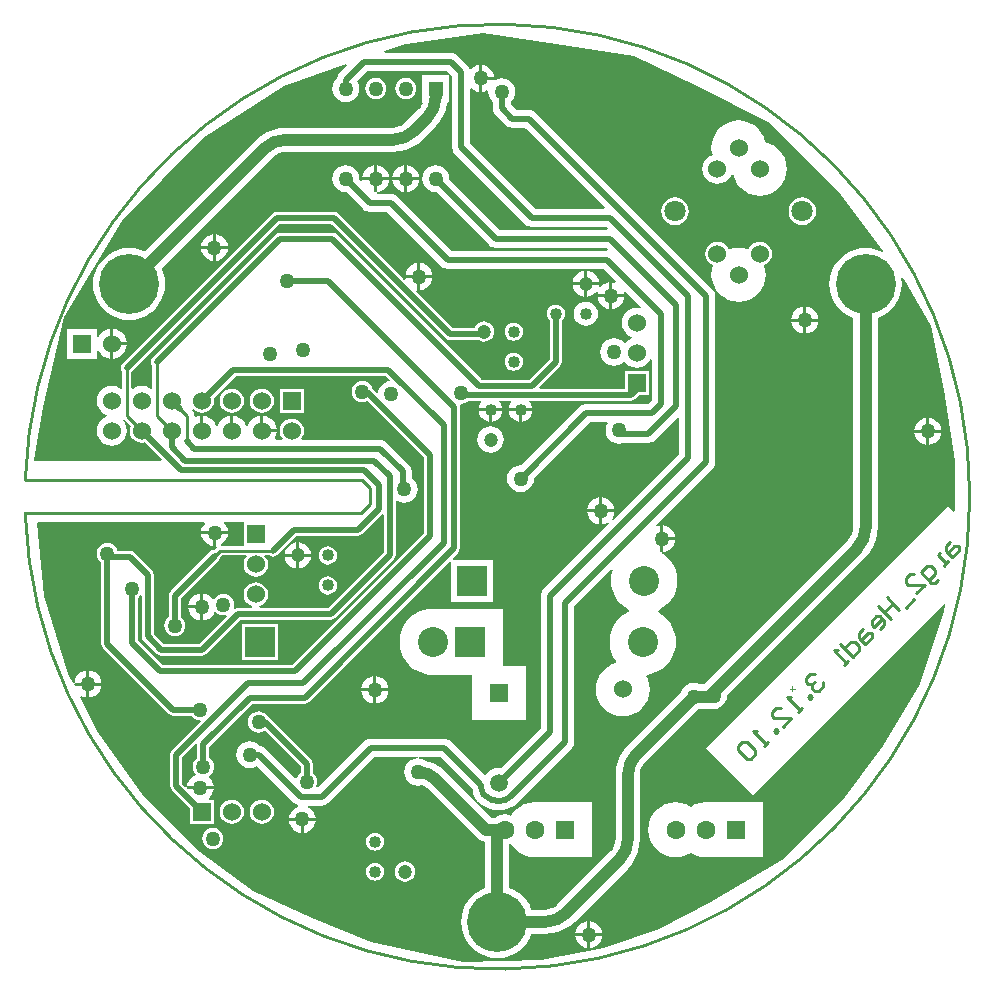
<source format=gbl>
%FSLAX25Y25*%
%MOIN*%
G70*
G01*
G75*
G04 Layer_Physical_Order=2*
G04 Layer_Color=16711680*
%ADD10C,0.04000*%
%ADD11C,0.02000*%
G04:AMPARAMS|DCode=12|XSize=47.24mil|YSize=59.06mil|CornerRadius=11.81mil|HoleSize=0mil|Usage=FLASHONLY|Rotation=90.000|XOffset=0mil|YOffset=0mil|HoleType=Round|Shape=RoundedRectangle|*
%AMROUNDEDRECTD12*
21,1,0.04724,0.03543,0,0,90.0*
21,1,0.02362,0.05906,0,0,90.0*
1,1,0.02362,0.01772,0.01181*
1,1,0.02362,0.01772,-0.01181*
1,1,0.02362,-0.01772,-0.01181*
1,1,0.02362,-0.01772,0.01181*
%
%ADD12ROUNDEDRECTD12*%
%ADD13R,0.13386X0.07480*%
G04:AMPARAMS|DCode=14|XSize=47.24mil|YSize=59.06mil|CornerRadius=11.81mil|HoleSize=0mil|Usage=FLASHONLY|Rotation=180.000|XOffset=0mil|YOffset=0mil|HoleType=Round|Shape=RoundedRectangle|*
%AMROUNDEDRECTD14*
21,1,0.04724,0.03543,0,0,180.0*
21,1,0.02362,0.05906,0,0,180.0*
1,1,0.02362,-0.01181,0.01772*
1,1,0.02362,0.01181,0.01772*
1,1,0.02362,0.01181,-0.01772*
1,1,0.02362,-0.01181,-0.01772*
%
%ADD14ROUNDEDRECTD14*%
%ADD15R,0.04331X0.02559*%
%ADD16R,0.13780X0.04724*%
%ADD17R,0.08268X0.07284*%
%ADD18R,0.04724X0.13780*%
%ADD19R,0.07284X0.08268*%
%ADD20R,0.14764X0.07874*%
%ADD21R,0.02362X0.05118*%
%ADD22R,0.08465X0.13780*%
%ADD23R,0.08465X0.04331*%
%ADD24R,0.08465X0.04331*%
%ADD25O,0.02362X0.08661*%
%ADD26R,0.05118X0.02362*%
%ADD27O,0.08661X0.02362*%
%ADD28R,0.03937X0.03347*%
%ADD29R,0.03937X0.03347*%
%ADD30O,0.09055X0.02362*%
%ADD31R,0.07874X0.14764*%
%ADD32R,0.05906X0.07874*%
%ADD33C,0.01000*%
%ADD34C,0.00394*%
%ADD35C,0.06000*%
%ADD36R,0.06000X0.06000*%
%ADD37R,0.10000X0.10000*%
%ADD38C,0.10000*%
%ADD39C,0.20000*%
%ADD40C,0.07087*%
%ADD41R,0.06000X0.06000*%
%ADD42R,0.06299X0.06299*%
%ADD43C,0.06299*%
%ADD44C,0.05000*%
%ADD45R,0.05000X0.05000*%
%ADD46C,0.04000*%
%ADD47C,0.04724*%
%ADD48R,0.05906X0.05906*%
%ADD49C,0.05906*%
G36*
X376584Y365032D02*
X376423Y364559D01*
X375992Y364502D01*
X374898Y364049D01*
X373958Y363327D01*
X373236Y362387D01*
X372783Y361293D01*
X372718Y360800D01*
X372245Y360639D01*
X370867Y362017D01*
X370557Y362765D01*
X369996Y363496D01*
X369265Y364057D01*
X368414Y364410D01*
X367500Y364530D01*
X366586Y364410D01*
X365735Y364057D01*
X365004Y363496D01*
X364443Y362765D01*
X364090Y361914D01*
X363970Y361000D01*
X364090Y360086D01*
X364443Y359235D01*
X365004Y358504D01*
X365735Y357943D01*
X366586Y357590D01*
X367500Y357470D01*
X368414Y357590D01*
X369200Y357916D01*
X387961Y339155D01*
Y313845D01*
X344155Y270039D01*
X300845D01*
X292736Y278148D01*
Y292350D01*
X293193Y292701D01*
X293487Y293084D01*
X293961Y292923D01*
Y279394D01*
X294116Y278613D01*
X294558Y277952D01*
X298952Y273558D01*
X298952D01*
X298952Y273558D01*
X298952Y273558D01*
Y273558D01*
X299613Y273116D01*
X300394Y272961D01*
X314000D01*
X314780Y273116D01*
X315442Y273558D01*
X326845Y284961D01*
X357000D01*
X357780Y285116D01*
X358442Y285558D01*
X358442Y285558D01*
X358442Y285558D01*
X378048Y305164D01*
X378048Y305164D01*
X378490Y305826D01*
X378490Y305826D01*
X378490Y305826D01*
X378645Y306606D01*
X378645Y306606D01*
Y324409D01*
X379094Y324630D01*
X379231Y324526D01*
X380325Y324072D01*
X381500Y323918D01*
X382675Y324072D01*
X383769Y324526D01*
X384709Y325247D01*
X385431Y326187D01*
X385884Y327282D01*
X386039Y328456D01*
X385884Y329631D01*
X385431Y330726D01*
X384709Y331666D01*
X383984Y332223D01*
Y334426D01*
X383880Y335210D01*
X383667Y335726D01*
X383578Y335939D01*
X383097Y336566D01*
X375524Y344140D01*
X374897Y344620D01*
X374167Y344923D01*
X373384Y345026D01*
X347325D01*
X347104Y345474D01*
X347494Y345983D01*
X347897Y346956D01*
X348035Y348000D01*
X347897Y349044D01*
X347494Y350017D01*
X346853Y350853D01*
X346017Y351494D01*
X345044Y351897D01*
X344000Y352034D01*
X342956Y351897D01*
X341983Y351494D01*
X341147Y350853D01*
X340506Y350017D01*
X340103Y349044D01*
X339966Y348000D01*
X340103Y346956D01*
X340506Y345983D01*
X340896Y345474D01*
X340675Y345026D01*
X338585D01*
X338364Y345474D01*
X338368Y345478D01*
X338871Y346695D01*
X338977Y347500D01*
X333999D01*
Y347999D01*
X333500D01*
Y352977D01*
X332695Y352871D01*
X331478Y352367D01*
X330434Y351566D01*
X329632Y350522D01*
X329250Y349598D01*
X328750D01*
X328367Y350522D01*
X327566Y351566D01*
X326522Y352367D01*
X325305Y352871D01*
X324500Y352977D01*
Y347999D01*
X323500D01*
Y352977D01*
X322695Y352871D01*
X321478Y352367D01*
X320434Y351566D01*
X319633Y350522D01*
X319250Y349598D01*
X318750D01*
X318368Y350522D01*
X317566Y351566D01*
X316522Y352367D01*
X315305Y352871D01*
X314500Y352977D01*
Y347999D01*
X313500D01*
Y352977D01*
X312695Y352871D01*
X311965Y352569D01*
X311549Y352847D01*
Y353000D01*
X311355Y353976D01*
X310820Y354777D01*
X311185Y355118D01*
X311983Y354506D01*
X312956Y354103D01*
X314000Y353965D01*
X315044Y354103D01*
X316017Y354506D01*
X316853Y355147D01*
X317494Y355983D01*
X317897Y356956D01*
X318035Y358000D01*
X317901Y359017D01*
X325224Y366340D01*
X375276D01*
X376584Y365032D01*
D02*
G37*
G36*
X432000Y477000D02*
X458000Y473000D01*
X479000Y463000D01*
X503500Y450500D01*
X526000Y428000D01*
X541008Y407989D01*
X540702Y407594D01*
X538963Y408314D01*
X537127Y408755D01*
X535244Y408903D01*
X533361Y408755D01*
X531524Y408314D01*
X529779Y407591D01*
X528168Y406604D01*
X526732Y405378D01*
X525505Y403941D01*
X524519Y402331D01*
X523796Y400586D01*
X523355Y398749D01*
X523207Y396866D01*
X523355Y394983D01*
X523796Y393146D01*
X524519Y391401D01*
X525505Y389791D01*
X526732Y388355D01*
X528168Y387128D01*
X529779Y386141D01*
X531209Y385549D01*
Y315761D01*
X531217Y315703D01*
X531108Y314595D01*
X530767Y313473D01*
X530215Y312439D01*
X529508Y311578D01*
X529462Y311543D01*
X529462D01*
D01*
X529462Y311543D01*
X481329Y263409D01*
X480019D01*
X479175Y263759D01*
X478000Y263914D01*
X476825Y263759D01*
X475731Y263306D01*
X474791Y262584D01*
X474069Y261644D01*
X473720Y260800D01*
X456076Y243157D01*
X456070Y243163D01*
X454639Y241487D01*
X453487Y239608D01*
X452644Y237573D01*
X452130Y235430D01*
X451957Y233233D01*
X451966D01*
Y211939D01*
X451973Y211881D01*
X451864Y210772D01*
X451524Y209651D01*
X450971Y208617D01*
X450265Y207756D01*
X450218Y207721D01*
X450218D01*
D01*
X450218Y207720D01*
X432547Y190050D01*
X432512Y190003D01*
X431651Y189296D01*
X430617Y188744D01*
X429495Y188404D01*
X428387Y188295D01*
X428329Y188302D01*
X423818D01*
X423225Y189732D01*
X422238Y191343D01*
X421011Y192779D01*
X419575Y194006D01*
X417965Y194993D01*
X416535Y195585D01*
Y210079D01*
X417133Y210327D01*
X417356Y209909D01*
X418499Y208516D01*
X419892Y207373D01*
X421482Y206523D01*
X423206Y206000D01*
X425000Y205823D01*
X425811Y205903D01*
X425850Y205868D01*
Y205868D01*
X444150D01*
Y224167D01*
X425850D01*
Y224167D01*
X425811Y224131D01*
X425000Y224211D01*
X423206Y224035D01*
X421482Y223511D01*
X419892Y222662D01*
X418499Y221518D01*
X417356Y220125D01*
X417133Y219708D01*
X416344Y220034D01*
X415000Y220211D01*
X413656Y220034D01*
X412403Y219515D01*
X411799Y219052D01*
X411707D01*
X411707Y219052D01*
X411707Y219052D01*
X410452D01*
X394941Y234562D01*
X394944Y234565D01*
X394937Y234572D01*
Y234572D01*
X394937Y234572D01*
X393435Y235855D01*
X391742Y236892D01*
X389909Y237651D01*
X388492Y237991D01*
X388269Y238162D01*
X387175Y238615D01*
X386000Y238770D01*
Y238908D01*
X386354Y239262D01*
X393507D01*
X404022Y228746D01*
Y228746D01*
X404019Y228743D01*
Y228743D01*
X404019Y228743D01*
X404019D01*
X404247Y228402D01*
X404325Y228010D01*
X404317Y228000D01*
X404317D01*
X404477Y226787D01*
X404945Y225657D01*
X405623Y224773D01*
X405623D01*
X405623Y224773D01*
X405687Y224690D01*
X405689Y224687D01*
D01*
X405689Y224687D01*
X405689Y224687D01*
X405689Y224687D01*
X406024Y224353D01*
X406029Y224347D01*
X406023Y224342D01*
X407518Y223115D01*
X409224Y222203D01*
X411075Y221642D01*
X413000Y221452D01*
Y221457D01*
X414729Y221628D01*
X416391Y222132D01*
X417923Y222951D01*
X419266Y224053D01*
X419254Y224064D01*
X419254Y224064D01*
X437328Y242139D01*
X437809Y242766D01*
X437898Y242980D01*
X438111Y243496D01*
X438214Y244279D01*
Y289421D01*
X450486Y301692D01*
X450902Y301415D01*
X450900Y301410D01*
X450495Y299726D01*
X450360Y298000D01*
X450495Y296274D01*
X450900Y294590D01*
X451562Y292991D01*
X452467Y291514D01*
X453591Y290198D01*
X454908Y289073D01*
X456384Y288169D01*
X456466Y288135D01*
Y287635D01*
X455991Y287438D01*
X454514Y286533D01*
X453198Y285408D01*
X452073Y284092D01*
X451169Y282616D01*
X450506Y281016D01*
X450102Y279332D01*
X449966Y277606D01*
X450102Y275880D01*
X450506Y274197D01*
X451169Y272597D01*
X452073Y271121D01*
X452197Y270976D01*
X452056Y270496D01*
X450878Y270139D01*
X449315Y269303D01*
X447944Y268179D01*
X446820Y266808D01*
X445984Y265245D01*
X445469Y263548D01*
X445295Y261784D01*
X445469Y260019D01*
X445984Y258323D01*
X446820Y256760D01*
X447944Y255389D01*
X449315Y254264D01*
X450878Y253429D01*
X452575Y252914D01*
X454339Y252740D01*
X456103Y252914D01*
X457800Y253429D01*
X459363Y254264D01*
X460734Y255389D01*
X461858Y256760D01*
X462694Y258323D01*
X463209Y260019D01*
X463383Y261784D01*
X463209Y263548D01*
X462694Y265245D01*
X462160Y266244D01*
X462400Y266683D01*
X462726Y266708D01*
X464410Y267112D01*
X466009Y267775D01*
X467486Y268680D01*
X468802Y269804D01*
X469927Y271121D01*
X470831Y272597D01*
X471494Y274197D01*
X471898Y275880D01*
X472034Y277606D01*
X471898Y279332D01*
X471494Y281016D01*
X470831Y282616D01*
X469927Y284092D01*
X468802Y285408D01*
X467486Y286533D01*
X466009Y287438D01*
X465927Y287472D01*
Y287972D01*
X466403Y288169D01*
X467879Y289073D01*
X469196Y290198D01*
X470320Y291514D01*
X471225Y292991D01*
X471888Y294590D01*
X472292Y296274D01*
X472428Y298000D01*
X472292Y299726D01*
X471888Y301410D01*
X471225Y303009D01*
X470320Y304486D01*
X469196Y305802D01*
X467879Y306927D01*
X467273Y307298D01*
X467331Y307461D01*
X466920Y307515D01*
X466831Y307570D01*
Y311999D01*
Y316473D01*
X466156Y316384D01*
X465670Y316183D01*
X465392Y316599D01*
X484140Y335346D01*
X484621Y335973D01*
X484923Y336702D01*
X485026Y337486D01*
Y393000D01*
X484923Y393783D01*
X484621Y394513D01*
X484140Y395140D01*
X425140Y454140D01*
X424513Y454621D01*
X424299Y454709D01*
X423783Y454923D01*
X423000Y455026D01*
X418753D01*
X417026Y456753D01*
Y457650D01*
X417209Y457791D01*
X417931Y458731D01*
X418384Y459825D01*
X418539Y461000D01*
X418384Y462175D01*
X417931Y463269D01*
X417209Y464209D01*
X416269Y464931D01*
X415175Y465384D01*
X414000Y465539D01*
X412825Y465384D01*
X411923Y465010D01*
X411526Y465315D01*
X411473Y464910D01*
X407500D01*
Y460937D01*
X408175Y461026D01*
X409077Y461400D01*
X409474Y461095D01*
X409461Y461000D01*
X409616Y459825D01*
X410069Y458731D01*
X410791Y457791D01*
X410974Y457650D01*
Y455500D01*
X411077Y454717D01*
X411291Y454201D01*
X411379Y453987D01*
X411860Y453360D01*
X415360Y449860D01*
X415987Y449379D01*
X416352Y449228D01*
X416717Y449077D01*
X416808Y449065D01*
X417500Y448974D01*
X417500Y448974D01*
X421747D01*
X448233Y422488D01*
X448042Y422026D01*
X425253D01*
X403526Y443753D01*
Y461838D01*
X403974Y462059D01*
X404731Y461479D01*
X405825Y461026D01*
X406500Y460937D01*
Y465409D01*
Y469883D01*
X405825Y469794D01*
X404731Y469341D01*
X403791Y468619D01*
X403766Y468587D01*
X403270Y468652D01*
X403121Y469013D01*
X402640Y469640D01*
X399140Y473140D01*
X398513Y473621D01*
X398299Y473709D01*
X397783Y473923D01*
X397000Y474026D01*
X374910D01*
X374828Y474519D01*
X382000Y477000D01*
X407606Y480500D01*
X432000Y477000D01*
D02*
G37*
G36*
X362439Y469718D02*
X359860Y467140D01*
X359380Y466513D01*
X359291Y466299D01*
X359077Y465783D01*
X359025Y465390D01*
X358791Y465209D01*
X358069Y464269D01*
X357616Y463175D01*
X357461Y462000D01*
X357616Y460825D01*
X358069Y459731D01*
X358791Y458791D01*
X359731Y458069D01*
X360825Y457616D01*
X362000Y457461D01*
X363175Y457616D01*
X364269Y458069D01*
X365209Y458791D01*
X365931Y459731D01*
X366384Y460825D01*
X366539Y462000D01*
X366384Y463175D01*
X365931Y464269D01*
X365765Y464486D01*
X369253Y467974D01*
X395747D01*
X397474Y466247D01*
Y442500D01*
X397577Y441717D01*
X397791Y441201D01*
X397880Y440987D01*
X398360Y440360D01*
X421860Y416860D01*
X422487Y416379D01*
X422701Y416291D01*
X423217Y416077D01*
X424000Y415974D01*
X448747D01*
X449233Y415488D01*
X449042Y415026D01*
X413253D01*
X396509Y431771D01*
X396539Y432000D01*
X396384Y433175D01*
X395931Y434269D01*
X395209Y435209D01*
X394269Y435931D01*
X393175Y436384D01*
X392000Y436539D01*
X390825Y436384D01*
X389731Y435931D01*
X388791Y435209D01*
X388069Y434269D01*
X387616Y433175D01*
X387461Y432000D01*
X387616Y430825D01*
X388069Y429731D01*
X388791Y428791D01*
X389731Y428069D01*
X390825Y427616D01*
X392000Y427461D01*
X392229Y427491D01*
X409860Y409860D01*
X410487Y409379D01*
X411217Y409077D01*
X411217Y409077D01*
X411217Y409077D01*
D01*
X411217Y409077D01*
X411217Y409077D01*
X412000Y408974D01*
X448747D01*
X449250Y408470D01*
X449029Y408022D01*
X449000Y408026D01*
X397253D01*
X379140Y426140D01*
X378513Y426620D01*
X378299Y426709D01*
X377783Y426923D01*
X377000Y427026D01*
X372516D01*
X372483Y427525D01*
X372000Y427461D01*
X371500Y427527D01*
Y431500D01*
X367527D01*
X367539Y431410D01*
X367090Y431189D01*
X366509Y431771D01*
X366539Y432000D01*
X366384Y433175D01*
X365931Y434269D01*
X365209Y435209D01*
X364269Y435931D01*
X363175Y436384D01*
X362000Y436539D01*
X360825Y436384D01*
X359731Y435931D01*
X358791Y435209D01*
X358069Y434269D01*
X357616Y433175D01*
X357461Y432000D01*
X357616Y430825D01*
X358069Y429731D01*
X358791Y428791D01*
X359731Y428069D01*
X360825Y427616D01*
X362000Y427461D01*
X362229Y427491D01*
X367860Y421860D01*
X368487Y421380D01*
X369217Y421077D01*
X370000Y420974D01*
X375747D01*
X393860Y402860D01*
X394487Y402380D01*
X395217Y402077D01*
X396000Y401974D01*
X396000Y401974D01*
X447747D01*
X451998Y397723D01*
X451720Y397307D01*
X451534Y397384D01*
X450860Y397473D01*
Y393500D01*
X454833D01*
X454744Y394175D01*
X454667Y394360D01*
X455083Y394638D01*
X460382Y389339D01*
X460161Y388890D01*
X459000Y389043D01*
X457695Y388871D01*
X456478Y388368D01*
X455434Y387566D01*
X454633Y386522D01*
X454129Y385305D01*
X453957Y384000D01*
X454129Y382695D01*
X454633Y381478D01*
X455434Y380434D01*
X456478Y379632D01*
X457402Y379250D01*
Y378750D01*
X456478Y378367D01*
X455434Y377566D01*
X455208Y377272D01*
X454708D01*
X454603Y377409D01*
X453663Y378131D01*
X452568Y378584D01*
X451394Y378739D01*
X450219Y378584D01*
X449124Y378131D01*
X448184Y377409D01*
X447463Y376469D01*
X447010Y375375D01*
X446855Y374200D01*
X447010Y373025D01*
X447463Y371931D01*
X448184Y370991D01*
X449124Y370269D01*
X450219Y369816D01*
X451394Y369661D01*
X452568Y369816D01*
X453663Y370269D01*
X454577Y370970D01*
X455072Y370905D01*
X455434Y370434D01*
X456478Y369633D01*
X457695Y369129D01*
X459000Y368957D01*
X460305Y369129D01*
X461522Y369633D01*
X462566Y370434D01*
X463368Y371478D01*
X463484Y371759D01*
X463974Y371661D01*
Y358253D01*
X462712Y356991D01*
X442215D01*
X441432Y356888D01*
X440916Y356675D01*
X440702Y356586D01*
X440076Y356105D01*
X420479Y336509D01*
X420250Y336539D01*
X419075Y336384D01*
X417981Y335931D01*
X417041Y335209D01*
X416319Y334269D01*
X415866Y333175D01*
X415711Y332000D01*
X415866Y330825D01*
X416319Y329731D01*
X417041Y328791D01*
X417981Y328069D01*
X419075Y327616D01*
X420250Y327461D01*
X421425Y327616D01*
X422519Y328069D01*
X423459Y328791D01*
X424181Y329731D01*
X424634Y330825D01*
X424789Y332000D01*
X424759Y332229D01*
X443469Y350940D01*
X449024D01*
X449246Y350491D01*
X449161Y350381D01*
X448707Y349286D01*
X448553Y348111D01*
X448707Y346936D01*
X449161Y345842D01*
X449882Y344902D01*
X450822Y344180D01*
X451917Y343727D01*
X453092Y343572D01*
X454266Y343727D01*
X454863Y343974D01*
X462882D01*
X463665Y344077D01*
X464395Y344379D01*
X465022Y344860D01*
X472512Y352351D01*
X472974Y352160D01*
Y340253D01*
X451083Y318362D01*
X450707Y318692D01*
X450931Y318983D01*
X451384Y320078D01*
X451473Y320753D01*
X447500D01*
Y316780D01*
X448175Y316869D01*
X449269Y317322D01*
X449561Y317546D01*
X449891Y317170D01*
X427860Y295140D01*
X427380Y294513D01*
X427291Y294299D01*
X427077Y293783D01*
X426974Y293000D01*
Y248938D01*
X413633Y235597D01*
X413000Y235681D01*
X411707Y235510D01*
X410502Y235011D01*
X409468Y234217D01*
X408674Y233183D01*
X407769Y233558D01*
X396900Y244427D01*
X396273Y244908D01*
X395543Y245210D01*
X394760Y245313D01*
X370237D01*
X369454Y245210D01*
X368724Y244908D01*
X368097Y244427D01*
X368097Y244427D01*
X352823Y229153D01*
X352326Y229202D01*
X352151Y229463D01*
X352410Y230086D01*
X352530Y231000D01*
X352410Y231914D01*
X352057Y232765D01*
X351496Y233496D01*
X351039Y233847D01*
Y237000D01*
X350884Y237780D01*
X350442Y238442D01*
X336442Y252442D01*
X335780Y252884D01*
X335778Y252885D01*
X335390Y253390D01*
X334659Y253951D01*
X333807Y254304D01*
X332894Y254424D01*
X331980Y254304D01*
X331129Y253951D01*
X330398Y253390D01*
X329837Y252659D01*
X329484Y251807D01*
X329363Y250894D01*
X329484Y249980D01*
X329837Y249129D01*
X330398Y248397D01*
X331129Y247836D01*
X331980Y247484D01*
X332894Y247363D01*
X333807Y247484D01*
X334659Y247836D01*
X335010Y248106D01*
X346961Y236155D01*
Y233847D01*
X346504Y233496D01*
X345943Y232765D01*
X345696Y232171D01*
X345206Y232073D01*
X335140Y242140D01*
X334513Y242620D01*
X334299Y242709D01*
X333783Y242923D01*
X333390Y242975D01*
X333209Y243209D01*
X332269Y243931D01*
X331175Y244384D01*
X330000Y244539D01*
X328825Y244384D01*
X327731Y243931D01*
X326791Y243209D01*
X326069Y242269D01*
X325616Y241175D01*
X325461Y240000D01*
X325616Y238825D01*
X326069Y237731D01*
X326791Y236791D01*
X327731Y236069D01*
X328825Y235616D01*
X330000Y235461D01*
X331175Y235616D01*
X332269Y236069D01*
X332486Y236235D01*
X344840Y223881D01*
X345466Y223400D01*
X346036Y223164D01*
Y222664D01*
X345216Y222324D01*
X344276Y221603D01*
X343555Y220663D01*
X343101Y219568D01*
X343012Y218894D01*
X351958D01*
X351870Y219568D01*
X351416Y220663D01*
X350695Y221603D01*
X349755Y222324D01*
X349320Y222504D01*
X349418Y222995D01*
X353971D01*
X354754Y223098D01*
X355270Y223312D01*
X355483Y223400D01*
X356110Y223881D01*
X371490Y239262D01*
X385911D01*
X385943Y238763D01*
X384825Y238615D01*
X383731Y238162D01*
X382791Y237441D01*
X382069Y236501D01*
X381616Y235406D01*
X381461Y234231D01*
X381616Y233056D01*
X382069Y231962D01*
X382791Y231022D01*
X383731Y230300D01*
X384825Y229847D01*
X386000Y229692D01*
X387175Y229847D01*
X387444Y229959D01*
X388300Y229604D01*
X389180Y228929D01*
X389235Y228857D01*
X405928Y212164D01*
X406763Y211523D01*
X407736Y211120D01*
X408465Y211024D01*
Y195585D01*
X407035Y194993D01*
X405425Y194006D01*
X403989Y192779D01*
X402762Y191343D01*
X401775Y189732D01*
X401052Y187987D01*
X400611Y186151D01*
X400463Y184268D01*
X400611Y182385D01*
X401052Y180548D01*
X401775Y178803D01*
X402762Y177192D01*
X403989Y175756D01*
X405425Y174530D01*
X407035Y173543D01*
X408780Y172820D01*
X410617Y172379D01*
X412500Y172231D01*
X414383Y172379D01*
X416220Y172820D01*
X417965Y173543D01*
X419575Y174530D01*
X421011Y175756D01*
X422238Y177192D01*
X423225Y178803D01*
X423818Y180233D01*
X428329D01*
Y180224D01*
X430526Y180397D01*
X432668Y180912D01*
X434704Y181755D01*
X436583Y182906D01*
X438259Y184338D01*
X438253Y184344D01*
X455924Y202015D01*
X455924D01*
X455930Y202009D01*
X455930Y202009D01*
X457361Y203684D01*
X458513Y205563D01*
X459356Y207599D01*
X459870Y209742D01*
X460043Y211939D01*
X460035D01*
Y233233D01*
X460027Y233291D01*
X460136Y234399D01*
X460476Y235521D01*
X461029Y236555D01*
X461735Y237416D01*
X461782Y237451D01*
X479425Y255095D01*
X480019Y255341D01*
X483000D01*
X483190Y255365D01*
X483384Y255285D01*
X484559Y255131D01*
X485734Y255285D01*
X486829Y255738D01*
X487769Y256460D01*
X488490Y257400D01*
X488943Y258494D01*
X489098Y259669D01*
X489086Y259756D01*
X535168Y305837D01*
X535168D01*
X535174Y305831D01*
X535174Y305831D01*
X536605Y307506D01*
X537756Y309385D01*
X538600Y311421D01*
X539114Y313564D01*
X539287Y315761D01*
X539278D01*
Y385549D01*
X540708Y386141D01*
X542319Y387128D01*
X543755Y388355D01*
X544982Y389791D01*
X545969Y391401D01*
X546692Y393146D01*
X547133Y394983D01*
X547281Y396866D01*
X547133Y398749D01*
X547095Y398905D01*
X547549Y399115D01*
X548000Y398500D01*
X557000Y383000D01*
X561500Y361500D01*
X565000Y338000D01*
Y321243D01*
X564538Y321051D01*
X562759Y322831D01*
X482171Y242243D01*
X497726Y226689D01*
X561409Y290371D01*
X561857Y290150D01*
X561500Y287500D01*
X553500Y263500D01*
X541000Y243000D01*
X527500Y224500D01*
X507500Y205000D01*
X483000Y190500D01*
X466500Y182000D01*
X448000Y175500D01*
X427000Y171500D01*
X401000Y171000D01*
X370500Y177500D01*
X350740Y185500D01*
X331000Y194500D01*
X313500Y207500D01*
X294000Y227000D01*
X279000Y248000D01*
X273332Y259337D01*
X273717Y259655D01*
X273769Y259615D01*
X274864Y259161D01*
X275539Y259072D01*
Y263046D01*
X271566D01*
X271500Y263545D01*
X271554Y263960D01*
X271061Y263877D01*
X269500Y267000D01*
X261500Y293000D01*
X259038Y317129D01*
X259373Y317500D01*
X314677D01*
X314898Y317052D01*
X314298Y316269D01*
X313844Y315175D01*
X313755Y314500D01*
X322701D01*
X322613Y315175D01*
X322159Y316269D01*
X321438Y317209D01*
X321536Y317500D01*
X328000D01*
Y317394D01*
X328000D01*
Y309529D01*
X320476D01*
X320378Y310020D01*
X320498Y310069D01*
X321438Y310791D01*
X322159Y311731D01*
X322613Y312825D01*
X322701Y313500D01*
X318728D01*
Y309527D01*
X318630Y309514D01*
X318873Y309150D01*
X318911Y309073D01*
X318166Y308329D01*
X317540Y308204D01*
X316879Y307762D01*
X303558Y294442D01*
X303116Y293780D01*
X302961Y293000D01*
Y285847D01*
X302504Y285496D01*
X301943Y284765D01*
X301590Y283914D01*
X301470Y283000D01*
X301590Y282086D01*
X301943Y281235D01*
X302504Y280504D01*
X303235Y279943D01*
X304086Y279590D01*
X305000Y279470D01*
X305914Y279590D01*
X306765Y279943D01*
X307496Y280504D01*
X308057Y281235D01*
X308410Y282086D01*
X308530Y283000D01*
X308410Y283914D01*
X308057Y284765D01*
X307496Y285496D01*
X307039Y285847D01*
Y292155D01*
X319762Y304878D01*
X320204Y305540D01*
X320329Y306166D01*
X320634Y306471D01*
X328754D01*
X328975Y306022D01*
X328506Y305411D01*
X328103Y304438D01*
X327965Y303394D01*
X328103Y302349D01*
X328506Y301376D01*
X329147Y300541D01*
X329983Y299900D01*
X330956Y299497D01*
X332000Y299359D01*
X333044Y299497D01*
X334017Y299900D01*
X334853Y300541D01*
X335494Y301376D01*
X335897Y302349D01*
X336034Y303394D01*
X335897Y304438D01*
X335494Y305411D01*
X334853Y306246D01*
X334929Y306471D01*
X336364D01*
X336895Y306116D01*
X337675Y305961D01*
X338455Y306116D01*
X339117Y306558D01*
X345520Y312961D01*
X366000D01*
X366780Y313116D01*
X367442Y313558D01*
X367442Y313558D01*
X367442Y313558D01*
X374105Y320221D01*
X374567Y320030D01*
Y307451D01*
X356155Y289039D01*
X333221D01*
X333124Y289530D01*
X334017Y289900D01*
X334853Y290541D01*
X335494Y291376D01*
X335897Y292350D01*
X336034Y293394D01*
X335897Y294438D01*
X335494Y295411D01*
X334853Y296247D01*
X334017Y296888D01*
X333044Y297291D01*
X332000Y297428D01*
X330956Y297291D01*
X329983Y296888D01*
X329147Y296247D01*
X328506Y295411D01*
X328103Y294438D01*
X327965Y293394D01*
X328103Y292350D01*
X328506Y291376D01*
X329147Y290541D01*
X329983Y289900D01*
X330876Y289530D01*
X330779Y289039D01*
X326000D01*
X325220Y288884D01*
X324940Y288698D01*
X324554Y289015D01*
X324584Y289086D01*
X324704Y290000D01*
X324584Y290914D01*
X324231Y291765D01*
X323670Y292496D01*
X322939Y293057D01*
X322088Y293410D01*
X321174Y293530D01*
X320260Y293410D01*
X319409Y293057D01*
X318678Y292496D01*
X318175Y291841D01*
X317933D01*
X317555Y291998D01*
X317209Y292448D01*
X316269Y293169D01*
X315175Y293622D01*
X314500Y293711D01*
Y289237D01*
Y284765D01*
X315175Y284854D01*
X316269Y285308D01*
X317209Y286029D01*
X317931Y286969D01*
X318145Y287486D01*
X318641Y287552D01*
X318678Y287504D01*
X319409Y286943D01*
X320260Y286590D01*
X321174Y286470D01*
X322029Y286582D01*
X322250Y286134D01*
X313155Y277039D01*
X301238D01*
X298039Y280238D01*
Y300000D01*
X297884Y300780D01*
X297442Y301442D01*
X291442Y307442D01*
X290780Y307884D01*
X290000Y308039D01*
X285858D01*
X285557Y308765D01*
X284996Y309496D01*
X284265Y310057D01*
X283414Y310410D01*
X282500Y310530D01*
X281586Y310410D01*
X280735Y310057D01*
X280004Y309496D01*
X279443Y308765D01*
X279090Y307914D01*
X278970Y307000D01*
X279090Y306086D01*
X279443Y305235D01*
X280004Y304504D01*
X280461Y304153D01*
Y276894D01*
X280461Y276894D01*
X280461D01*
X280616Y276113D01*
X281058Y275452D01*
X302952Y253558D01*
X303613Y253116D01*
X304394Y252961D01*
X310653D01*
X311004Y252504D01*
X311735Y251943D01*
X312586Y251590D01*
X313457Y251475D01*
X313618Y251002D01*
X304058Y241442D01*
X303616Y240780D01*
X303461Y240000D01*
Y229500D01*
X303616Y228720D01*
X304058Y228058D01*
X310000Y222116D01*
Y217000D01*
X318000D01*
Y225000D01*
X316450D01*
X316289Y225473D01*
X316702Y225791D01*
X317424Y226731D01*
X317877Y227825D01*
X317966Y228500D01*
X309384D01*
X308964Y228920D01*
X308954Y229000D01*
X309019Y229498D01*
X308546Y229338D01*
X307539Y230345D01*
Y239155D01*
X311999Y243615D01*
X312461Y243424D01*
Y238847D01*
X312004Y238496D01*
X311443Y237765D01*
X311090Y236914D01*
X310970Y236000D01*
X311090Y235086D01*
X311443Y234235D01*
X311899Y233640D01*
X311770Y233157D01*
X311223Y232931D01*
X310283Y232209D01*
X309562Y231269D01*
X309109Y230175D01*
X309020Y229500D01*
X317966D01*
X317877Y230175D01*
X317424Y231269D01*
X316702Y232209D01*
X316217Y232581D01*
X316265Y232943D01*
X316996Y233504D01*
X317557Y234235D01*
X317910Y235086D01*
X318030Y236000D01*
X317910Y236914D01*
X317557Y237765D01*
X316996Y238496D01*
X316539Y238847D01*
Y242655D01*
X330845Y256961D01*
X348232D01*
X349012Y257116D01*
X349674Y257558D01*
X396432Y304316D01*
X396894Y304124D01*
Y291000D01*
X410894D01*
Y305000D01*
X397769D01*
X397578Y305462D01*
X399442Y307326D01*
X399442Y307326D01*
X399884Y307987D01*
X399884Y307987D01*
X399884Y307987D01*
X400039Y308768D01*
X400039Y308768D01*
Y356000D01*
X399912Y356637D01*
X400254Y357002D01*
X400500Y356970D01*
X401414Y357090D01*
X402265Y357443D01*
X402940Y357961D01*
X406915D01*
X407136Y357512D01*
X406756Y357017D01*
X406353Y356044D01*
X406281Y355500D01*
X414219D01*
X414147Y356044D01*
X413744Y357017D01*
X413103Y357853D01*
X413139Y357961D01*
X416915D01*
X417136Y357512D01*
X416756Y357017D01*
X416353Y356044D01*
X416281Y355500D01*
X424219D01*
X424147Y356044D01*
X423744Y357017D01*
X423103Y357853D01*
X423139Y357961D01*
X457000D01*
X457780Y358116D01*
X458442Y358558D01*
X459884Y360000D01*
X463000D01*
Y363803D01*
X463039Y364000D01*
X463000Y364197D01*
Y368000D01*
X455000D01*
Y362039D01*
X426576D01*
X426385Y362501D01*
X433442Y369558D01*
X433884Y370220D01*
X434039Y371000D01*
X434039Y371000D01*
X434039Y371000D01*
Y371000D01*
Y384783D01*
X434140Y384860D01*
X434621Y385487D01*
X434923Y386217D01*
X435026Y387000D01*
X434923Y387783D01*
X434621Y388513D01*
X434140Y389140D01*
X433513Y389620D01*
X432783Y389923D01*
X432000Y390026D01*
X431217Y389923D01*
X430487Y389620D01*
X429860Y389140D01*
X429380Y388513D01*
X429077Y387783D01*
X428974Y387000D01*
X429077Y386217D01*
X429380Y385487D01*
X429860Y384860D01*
X429961Y384783D01*
Y371845D01*
X423155Y365039D01*
X407345D01*
X358942Y413442D01*
X358280Y413884D01*
X357500Y414039D01*
X340000D01*
X340000Y414039D01*
X339220Y413884D01*
X338558Y413442D01*
X297558Y372442D01*
X297116Y371780D01*
X296961Y371000D01*
X297116Y370220D01*
X297471Y369689D01*
Y362205D01*
X297022Y361983D01*
X296522Y362368D01*
X295305Y362871D01*
X294000Y363043D01*
X292695Y362871D01*
X291478Y362368D01*
X290978Y361983D01*
X290529Y362205D01*
Y367645D01*
X339845Y416961D01*
X357117D01*
X395303Y378775D01*
X395965Y378333D01*
X396745Y378178D01*
X406155D01*
X406304Y378063D01*
X407122Y377724D01*
X408000Y377609D01*
X408878Y377724D01*
X409696Y378063D01*
X410398Y378602D01*
X410937Y379304D01*
X411276Y380122D01*
X411391Y381000D01*
X411276Y381878D01*
X410937Y382696D01*
X410398Y383398D01*
X409696Y383937D01*
X408878Y384276D01*
X408000Y384391D01*
X407122Y384276D01*
X406304Y383937D01*
X405602Y383398D01*
X405063Y382696D01*
X404881Y382256D01*
X397590D01*
X385350Y394496D01*
X385571Y394944D01*
X385884Y394903D01*
Y398876D01*
X381911D01*
X381952Y398563D01*
X381504Y398342D01*
X359404Y420442D01*
X358742Y420884D01*
X357962Y421039D01*
X339000D01*
X338220Y420884D01*
X337558Y420442D01*
X287558Y370442D01*
X287116Y369780D01*
X286961Y369000D01*
X287116Y368219D01*
X287471Y367689D01*
Y362205D01*
X287022Y361983D01*
X286522Y362368D01*
X285305Y362871D01*
X284000Y363043D01*
X282695Y362871D01*
X281478Y362368D01*
X280434Y361566D01*
X279632Y360522D01*
X279129Y359305D01*
X278957Y358000D01*
X279129Y356695D01*
X279632Y355478D01*
X280434Y354434D01*
X281478Y353632D01*
X282402Y353250D01*
Y352750D01*
X281478Y352367D01*
X280434Y351566D01*
X279632Y350522D01*
X279129Y349305D01*
X278957Y348000D01*
X279129Y346695D01*
X279632Y345478D01*
X280434Y344434D01*
X281478Y343633D01*
X282695Y343129D01*
X284000Y342957D01*
X285305Y343129D01*
X286522Y343633D01*
X287566Y344434D01*
X288368Y345478D01*
X288871Y346695D01*
X289043Y348000D01*
X288871Y349305D01*
X288368Y350522D01*
X287568Y351564D01*
X287944Y351893D01*
X290305Y349532D01*
X290103Y349044D01*
X289966Y348000D01*
X290103Y346956D01*
X290506Y345983D01*
X291147Y345147D01*
X291983Y344506D01*
X292956Y344103D01*
X294000Y343966D01*
X295017Y344099D01*
X300720Y338396D01*
X300529Y337934D01*
X258387Y337894D01*
X258063Y338275D01*
X261000Y356000D01*
X268000Y386000D01*
X287500Y418000D01*
X314500Y445500D01*
X341528Y463000D01*
X362173Y470142D01*
X362439Y469718D01*
D02*
G37*
%LPC*%
G36*
X346500Y310728D02*
Y306894D01*
X350334D01*
X350250Y307533D01*
X349810Y308594D01*
X349111Y309505D01*
X348200Y310204D01*
X347139Y310644D01*
X346500Y310728D01*
D02*
G37*
G36*
X345500D02*
X344861Y310644D01*
X343800Y310204D01*
X342889Y309505D01*
X342190Y308594D01*
X341750Y307533D01*
X341666Y306894D01*
X345500D01*
Y310728D01*
D02*
G37*
G36*
X471804Y311500D02*
X467831D01*
Y307527D01*
X468505Y307616D01*
X469600Y308069D01*
X470540Y308791D01*
X471261Y309731D01*
X471715Y310825D01*
X471804Y311500D01*
D02*
G37*
G36*
X313500Y288738D02*
X309527D01*
X309616Y288064D01*
X310069Y286969D01*
X310791Y286029D01*
X311731Y285308D01*
X312825Y284854D01*
X313500Y284765D01*
Y288738D01*
D02*
G37*
G36*
X356000Y309420D02*
X355217Y309316D01*
X354487Y309014D01*
X353860Y308533D01*
X353380Y307907D01*
X353077Y307177D01*
X352974Y306394D01*
X353077Y305610D01*
X353380Y304881D01*
X353860Y304254D01*
X354487Y303773D01*
X355217Y303471D01*
X356000Y303368D01*
X356783Y303471D01*
X357513Y303773D01*
X358140Y304254D01*
X358621Y304881D01*
X358923Y305610D01*
X359026Y306394D01*
X358923Y307177D01*
X358621Y307907D01*
X358140Y308533D01*
X357513Y309014D01*
X356783Y309316D01*
X356000Y309420D01*
D02*
G37*
G36*
X350334Y305894D02*
X346500D01*
Y302060D01*
X347139Y302144D01*
X348200Y302583D01*
X349111Y303282D01*
X349810Y304194D01*
X350250Y305255D01*
X350334Y305894D01*
D02*
G37*
G36*
X345500D02*
X341666D01*
X341750Y305255D01*
X342190Y304194D01*
X342889Y303282D01*
X343800Y302583D01*
X344861Y302144D01*
X345500Y302060D01*
Y305894D01*
D02*
G37*
G36*
X313500Y293711D02*
X312825Y293622D01*
X311731Y293169D01*
X310791Y292448D01*
X310069Y291508D01*
X309616Y290413D01*
X309527Y289738D01*
X313500D01*
Y293711D01*
D02*
G37*
G36*
X356000Y299420D02*
X355217Y299317D01*
X354487Y299014D01*
X353860Y298533D01*
X353380Y297907D01*
X353077Y297177D01*
X352974Y296394D01*
X353077Y295610D01*
X353380Y294881D01*
X353860Y294254D01*
X354487Y293773D01*
X355217Y293471D01*
X356000Y293368D01*
X356783Y293471D01*
X357513Y293773D01*
X358140Y294254D01*
X358621Y294881D01*
X358923Y295610D01*
X359026Y296394D01*
X358923Y297177D01*
X358621Y297907D01*
X358140Y298533D01*
X357513Y299014D01*
X356783Y299317D01*
X356000Y299420D01*
D02*
G37*
G36*
X317728Y313500D02*
X313755D01*
X313844Y312825D01*
X314298Y311731D01*
X315019Y310791D01*
X315959Y310069D01*
X317054Y309616D01*
X317728Y309527D01*
Y313500D01*
D02*
G37*
G36*
X555500Y352256D02*
X554825Y352168D01*
X553731Y351714D01*
X552791Y350993D01*
X552069Y350053D01*
X551616Y348958D01*
X551527Y348283D01*
X555500D01*
Y352256D01*
D02*
G37*
G36*
X560473Y347283D02*
X556500D01*
Y343310D01*
X557175Y343399D01*
X558269Y343853D01*
X559209Y344574D01*
X559931Y345514D01*
X560384Y346609D01*
X560473Y347283D01*
D02*
G37*
G36*
X556500Y352256D02*
Y348283D01*
X560473D01*
X560384Y348958D01*
X559931Y350053D01*
X559209Y350993D01*
X558269Y351714D01*
X557175Y352168D01*
X556500Y352256D01*
D02*
G37*
G36*
X409750Y354500D02*
X406281D01*
X406353Y353956D01*
X406756Y352983D01*
X407397Y352147D01*
X408233Y351506D01*
X409206Y351103D01*
X409750Y351031D01*
Y354500D01*
D02*
G37*
G36*
X334500Y352977D02*
Y348500D01*
X338977D01*
X338871Y349305D01*
X338368Y350522D01*
X337566Y351566D01*
X336522Y352367D01*
X335305Y352871D01*
X334500Y352977D01*
D02*
G37*
G36*
X555500Y347283D02*
X551527D01*
X551616Y346609D01*
X552069Y345514D01*
X552791Y344574D01*
X553731Y343853D01*
X554825Y343399D01*
X555500Y343310D01*
Y347283D01*
D02*
G37*
G36*
X446500Y320753D02*
X442527D01*
X442616Y320078D01*
X443069Y318983D01*
X443791Y318043D01*
X444731Y317322D01*
X445825Y316869D01*
X446500Y316780D01*
Y320753D01*
D02*
G37*
G36*
X467831Y316473D02*
Y312500D01*
X471804D01*
X471715Y313175D01*
X471261Y314269D01*
X470540Y315209D01*
X469600Y315931D01*
X468505Y316384D01*
X467831Y316473D01*
D02*
G37*
G36*
X446500Y325726D02*
X445825Y325637D01*
X444731Y325184D01*
X443791Y324462D01*
X443069Y323522D01*
X442616Y322428D01*
X442527Y321753D01*
X446500D01*
Y325726D01*
D02*
G37*
G36*
X410250Y349400D02*
X409111Y349250D01*
X408050Y348810D01*
X407139Y348111D01*
X406440Y347200D01*
X406000Y346139D01*
X405850Y345000D01*
X406000Y343861D01*
X406440Y342800D01*
X407139Y341889D01*
X408050Y341190D01*
X409111Y340750D01*
X410250Y340600D01*
X411389Y340750D01*
X412450Y341190D01*
X413361Y341889D01*
X414060Y342800D01*
X414500Y343861D01*
X414650Y345000D01*
X414500Y346139D01*
X414060Y347200D01*
X413361Y348111D01*
X412450Y348810D01*
X411389Y349250D01*
X410250Y349400D01*
D02*
G37*
G36*
X447500Y325726D02*
Y321753D01*
X451473D01*
X451384Y322428D01*
X450931Y323522D01*
X450209Y324462D01*
X449269Y325184D01*
X448175Y325637D01*
X447500Y325726D01*
D02*
G37*
G36*
X317686Y215530D02*
X316773Y215410D01*
X315921Y215057D01*
X315190Y214496D01*
X314629Y213765D01*
X314276Y212914D01*
X314156Y212000D01*
X314276Y211086D01*
X314629Y210235D01*
X315190Y209504D01*
X315921Y208943D01*
X316773Y208590D01*
X317686Y208470D01*
X318600Y208590D01*
X319451Y208943D01*
X320182Y209504D01*
X320743Y210235D01*
X321096Y211086D01*
X321216Y212000D01*
X321096Y212914D01*
X320743Y213765D01*
X320182Y214496D01*
X319451Y215057D01*
X318600Y215410D01*
X317686Y215530D01*
D02*
G37*
G36*
X371740Y214026D02*
X370957Y213923D01*
X370227Y213620D01*
X369601Y213140D01*
X369120Y212513D01*
X368817Y211783D01*
X368714Y211000D01*
X368817Y210217D01*
X369120Y209487D01*
X369601Y208860D01*
X370227Y208380D01*
X370957Y208077D01*
X371740Y207974D01*
X372523Y208077D01*
X373253Y208380D01*
X373880Y208860D01*
X374361Y209487D01*
X374663Y210217D01*
X374766Y211000D01*
X374663Y211783D01*
X374361Y212513D01*
X373880Y213140D01*
X373253Y213620D01*
X372523Y213923D01*
X371740Y214026D01*
D02*
G37*
G36*
X346986Y217894D02*
X343012D01*
X343101Y217219D01*
X343555Y216124D01*
X344276Y215184D01*
X345216Y214463D01*
X346311Y214009D01*
X346986Y213921D01*
Y217894D01*
D02*
G37*
G36*
X324000Y225034D02*
X322956Y224897D01*
X321983Y224494D01*
X321147Y223853D01*
X320506Y223017D01*
X320103Y222044D01*
X319966Y221000D01*
X320103Y219956D01*
X320506Y218983D01*
X321147Y218147D01*
X321983Y217506D01*
X322956Y217103D01*
X324000Y216966D01*
X325044Y217103D01*
X326017Y217506D01*
X326853Y218147D01*
X327494Y218983D01*
X327897Y219956D01*
X328034Y221000D01*
X327897Y222044D01*
X327494Y223017D01*
X326853Y223853D01*
X326017Y224494D01*
X325044Y224897D01*
X324000Y225034D01*
D02*
G37*
G36*
X351958Y217894D02*
X347986D01*
Y213921D01*
X348660Y214009D01*
X349755Y214463D01*
X350695Y215184D01*
X351416Y216124D01*
X351870Y217219D01*
X351958Y217894D01*
D02*
G37*
G36*
X371740Y204026D02*
X370957Y203923D01*
X370227Y203621D01*
X369601Y203140D01*
X369120Y202513D01*
X368817Y201783D01*
X368714Y201000D01*
X368817Y200217D01*
X369120Y199487D01*
X369601Y198860D01*
X370227Y198380D01*
X370957Y198077D01*
X371740Y197974D01*
X372523Y198077D01*
X373253Y198380D01*
X373880Y198860D01*
X374361Y199487D01*
X374663Y200217D01*
X374766Y201000D01*
X374663Y201783D01*
X374361Y202513D01*
X373880Y203140D01*
X373253Y203621D01*
X372523Y203923D01*
X371740Y204026D01*
D02*
G37*
G36*
X447473Y179500D02*
X443500D01*
Y175527D01*
X444175Y175616D01*
X445269Y176069D01*
X446209Y176791D01*
X446931Y177731D01*
X447384Y178825D01*
X447473Y179500D01*
D02*
G37*
G36*
X442500D02*
X438527D01*
X438616Y178825D01*
X439069Y177731D01*
X439791Y176791D01*
X440731Y176069D01*
X441825Y175616D01*
X442500Y175527D01*
Y179500D01*
D02*
G37*
G36*
Y184473D02*
X441825Y184384D01*
X440731Y183931D01*
X439791Y183209D01*
X439069Y182269D01*
X438616Y181175D01*
X438527Y180500D01*
X442500D01*
Y184473D01*
D02*
G37*
G36*
X381740Y204391D02*
X380862Y204276D01*
X380045Y203937D01*
X379342Y203398D01*
X378803Y202696D01*
X378465Y201878D01*
X378349Y201000D01*
X378465Y200122D01*
X378803Y199304D01*
X379342Y198602D01*
X380045Y198063D01*
X380862Y197724D01*
X381740Y197609D01*
X382618Y197724D01*
X383436Y198063D01*
X384138Y198602D01*
X384677Y199304D01*
X385016Y200122D01*
X385131Y201000D01*
X385016Y201878D01*
X384677Y202696D01*
X384138Y203398D01*
X383436Y203937D01*
X382618Y204276D01*
X381740Y204391D01*
D02*
G37*
G36*
X443500Y184473D02*
Y180500D01*
X447473D01*
X447384Y181175D01*
X446931Y182269D01*
X446209Y183209D01*
X445269Y183931D01*
X444175Y184384D01*
X443500Y184473D01*
D02*
G37*
G36*
X372187Y266107D02*
Y262134D01*
X376160D01*
X376071Y262809D01*
X375618Y263903D01*
X374897Y264843D01*
X373956Y265565D01*
X372862Y266018D01*
X372187Y266107D01*
D02*
G37*
G36*
X371187D02*
X370512Y266018D01*
X369418Y265565D01*
X368478Y264843D01*
X367756Y263903D01*
X367303Y262809D01*
X367214Y262134D01*
X371187D01*
Y266107D01*
D02*
G37*
G36*
X275539Y268019D02*
X274864Y267930D01*
X273769Y267476D01*
X272830Y266755D01*
X272108Y265815D01*
X271655Y264720D01*
X271566Y264046D01*
X275539D01*
Y268019D01*
D02*
G37*
G36*
X339500Y283606D02*
X327500D01*
Y271606D01*
X339500D01*
Y283606D01*
D02*
G37*
G36*
X276539Y268019D02*
Y264046D01*
X280512D01*
X280423Y264720D01*
X279970Y265815D01*
X279248Y266755D01*
X278308Y267476D01*
X277214Y267930D01*
X276539Y268019D01*
D02*
G37*
G36*
X280512Y263046D02*
X276539D01*
Y259072D01*
X277214Y259161D01*
X278308Y259615D01*
X279248Y260336D01*
X279970Y261276D01*
X280423Y262371D01*
X280512Y263046D01*
D02*
G37*
G36*
X482000Y224194D02*
X480206Y224017D01*
X478482Y223494D01*
X477000Y222702D01*
X475518Y223494D01*
X473794Y224017D01*
X472000Y224194D01*
X470206Y224017D01*
X468482Y223494D01*
X466892Y222644D01*
X465499Y221501D01*
X464356Y220108D01*
X463506Y218518D01*
X462983Y216794D01*
X462806Y215000D01*
X462983Y213206D01*
X463506Y211482D01*
X464356Y209892D01*
X465499Y208499D01*
X466892Y207356D01*
X468482Y206506D01*
X470206Y205983D01*
X472000Y205806D01*
X473794Y205983D01*
X475518Y206506D01*
X477000Y207298D01*
X478482Y206506D01*
X480206Y205983D01*
X482000Y205806D01*
X482811Y205886D01*
X482850Y205850D01*
Y205850D01*
X501150D01*
Y224150D01*
X482850D01*
Y224150D01*
X482811Y224114D01*
X482000Y224194D01*
D02*
G37*
G36*
X334000Y225034D02*
X332956Y224897D01*
X331983Y224494D01*
X331147Y223853D01*
X330506Y223017D01*
X330103Y222044D01*
X329965Y221000D01*
X330103Y219956D01*
X330506Y218983D01*
X331147Y218147D01*
X331983Y217506D01*
X332956Y217103D01*
X334000Y216966D01*
X335044Y217103D01*
X336017Y217506D01*
X336853Y218147D01*
X337494Y218983D01*
X337897Y219956D01*
X338035Y221000D01*
X337897Y222044D01*
X337494Y223017D01*
X336853Y223853D01*
X336017Y224494D01*
X335044Y224897D01*
X334000Y225034D01*
D02*
G37*
G36*
X391000Y288640D02*
X389274Y288505D01*
X387590Y288100D01*
X385991Y287438D01*
X384514Y286533D01*
X383198Y285408D01*
X382073Y284092D01*
X381169Y282616D01*
X380506Y281016D01*
X380102Y279332D01*
X379966Y277606D01*
X380102Y275880D01*
X380506Y274197D01*
X381169Y272597D01*
X382073Y271121D01*
X383198Y269804D01*
X384514Y268680D01*
X385991Y267775D01*
X387590Y267112D01*
X389274Y266708D01*
X391000Y266572D01*
X392416Y266684D01*
X392500Y266606D01*
Y266606D01*
X404047D01*
Y251575D01*
X421953D01*
Y269480D01*
X414500D01*
Y288606D01*
X392500D01*
Y288606D01*
X392416Y288529D01*
X391000Y288640D01*
D02*
G37*
G36*
X376160Y261134D02*
X372187D01*
Y257161D01*
X372862Y257250D01*
X373956Y257703D01*
X374897Y258424D01*
X375618Y259364D01*
X376071Y260459D01*
X376160Y261134D01*
D02*
G37*
G36*
X371187D02*
X367214D01*
X367303Y260459D01*
X367756Y259364D01*
X368478Y258424D01*
X369418Y257703D01*
X370512Y257250D01*
X371187Y257161D01*
Y261134D01*
D02*
G37*
G36*
X414219Y354500D02*
X410750D01*
Y351031D01*
X411294Y351103D01*
X412267Y351506D01*
X413103Y352147D01*
X413744Y352983D01*
X414147Y353956D01*
X414219Y354500D01*
D02*
G37*
G36*
X318716Y413473D02*
Y409500D01*
X322689D01*
X322600Y410175D01*
X322146Y411269D01*
X321425Y412209D01*
X320485Y412931D01*
X319390Y413384D01*
X318716Y413473D01*
D02*
G37*
G36*
X317716D02*
X317041Y413384D01*
X315946Y412931D01*
X315006Y412209D01*
X314285Y411269D01*
X313831Y410175D01*
X313743Y409500D01*
X317716D01*
Y413473D01*
D02*
G37*
G36*
X471716Y425725D02*
X470530Y425568D01*
X469424Y425111D01*
X468475Y424382D01*
X467747Y423433D01*
X467289Y422328D01*
X467133Y421142D01*
X467289Y419956D01*
X467747Y418851D01*
X468475Y417902D01*
X469424Y417174D01*
X470530Y416716D01*
X471716Y416560D01*
X472902Y416716D01*
X474007Y417174D01*
X474956Y417902D01*
X475684Y418851D01*
X476142Y419956D01*
X476298Y421142D01*
X476142Y422328D01*
X475684Y423433D01*
X474956Y424382D01*
X474007Y425111D01*
X472902Y425568D01*
X471716Y425725D01*
D02*
G37*
G36*
X492929Y451399D02*
X491165Y451225D01*
X489468Y450710D01*
X487905Y449875D01*
X486534Y448750D01*
X485409Y447380D01*
X484574Y445816D01*
X484059Y444120D01*
X483885Y442355D01*
X484059Y440591D01*
X484232Y440023D01*
X483336Y439652D01*
X482292Y438850D01*
X481490Y437806D01*
X480987Y436589D01*
X480815Y435284D01*
X480987Y433979D01*
X481490Y432763D01*
X482292Y431718D01*
X483336Y430917D01*
X484553Y430413D01*
X485858Y430241D01*
X487163Y430413D01*
X488379Y430917D01*
X489424Y431718D01*
X490225Y432763D01*
X490596Y433658D01*
X491138Y433494D01*
X491645Y431823D01*
X492481Y430260D01*
X493605Y428890D01*
X494976Y427765D01*
X496539Y426929D01*
X498236Y426414D01*
X500000Y426241D01*
X501764Y426414D01*
X503461Y426929D01*
X505024Y427765D01*
X506395Y428890D01*
X507519Y430260D01*
X508355Y431823D01*
X508870Y433520D01*
X509044Y435284D01*
X508870Y437049D01*
X508355Y438745D01*
X507519Y440309D01*
X506395Y441679D01*
X505024Y442804D01*
X503461Y443639D01*
X501791Y444146D01*
X501284Y445816D01*
X500448Y447380D01*
X499324Y448750D01*
X497953Y449875D01*
X496390Y450710D01*
X494693Y451225D01*
X492929Y451399D01*
D02*
G37*
G36*
X514142Y425725D02*
X512956Y425568D01*
X511851Y425111D01*
X510902Y424382D01*
X510174Y423433D01*
X509716Y422328D01*
X509560Y421142D01*
X509716Y419956D01*
X510174Y418851D01*
X510902Y417902D01*
X511851Y417174D01*
X512956Y416716D01*
X514142Y416560D01*
X515328Y416716D01*
X516433Y417174D01*
X517382Y417902D01*
X518111Y418851D01*
X518569Y419956D01*
X518725Y421142D01*
X518569Y422328D01*
X518111Y423433D01*
X517382Y424382D01*
X516433Y425111D01*
X515328Y425568D01*
X514142Y425725D01*
D02*
G37*
G36*
X386884Y403849D02*
Y399876D01*
X390857D01*
X390768Y400551D01*
X390315Y401645D01*
X389594Y402585D01*
X388654Y403307D01*
X387559Y403760D01*
X386884Y403849D01*
D02*
G37*
G36*
X385884D02*
X385209Y403760D01*
X384115Y403307D01*
X383175Y402585D01*
X382453Y401645D01*
X382000Y400551D01*
X381911Y399876D01*
X385884D01*
Y403849D01*
D02*
G37*
G36*
X317716Y408500D02*
X313743D01*
X313831Y407825D01*
X314285Y406731D01*
X315006Y405791D01*
X315946Y405069D01*
X317041Y404616D01*
X317716Y404527D01*
Y408500D01*
D02*
G37*
G36*
X500000Y411034D02*
X498956Y410897D01*
X497983Y410494D01*
X497147Y409853D01*
X496506Y409017D01*
X496223Y408335D01*
X494693Y408799D01*
X492929Y408973D01*
X491165Y408799D01*
X489635Y408335D01*
X489352Y409017D01*
X488711Y409853D01*
X487875Y410494D01*
X486902Y410897D01*
X485858Y411034D01*
X484814Y410897D01*
X483841Y410494D01*
X483005Y409853D01*
X482364Y409017D01*
X481961Y408044D01*
X481823Y407000D01*
X481961Y405956D01*
X482364Y404983D01*
X483005Y404147D01*
X483841Y403506D01*
X484523Y403223D01*
X484059Y401693D01*
X483885Y399929D01*
X484059Y398165D01*
X484574Y396468D01*
X485409Y394905D01*
X486534Y393534D01*
X487905Y392409D01*
X489468Y391574D01*
X491165Y391059D01*
X492929Y390885D01*
X494693Y391059D01*
X496390Y391574D01*
X497953Y392409D01*
X499324Y393534D01*
X500448Y394905D01*
X501284Y396468D01*
X501799Y398165D01*
X501972Y399929D01*
X501799Y401693D01*
X501335Y403223D01*
X502017Y403506D01*
X502853Y404147D01*
X503494Y404983D01*
X503897Y405956D01*
X504035Y407000D01*
X503897Y408044D01*
X503494Y409017D01*
X502853Y409853D01*
X502017Y410494D01*
X501044Y410897D01*
X500000Y411034D01*
D02*
G37*
G36*
X322689Y408500D02*
X318716D01*
Y404527D01*
X319390Y404616D01*
X320485Y405069D01*
X321425Y405791D01*
X322146Y406731D01*
X322600Y407825D01*
X322689Y408500D01*
D02*
G37*
G36*
X381500Y431500D02*
X377527D01*
X377616Y430825D01*
X378069Y429731D01*
X378791Y428791D01*
X379731Y428069D01*
X380825Y427616D01*
X381500Y427527D01*
Y431500D01*
D02*
G37*
G36*
X396500Y466500D02*
X387500D01*
Y457500D01*
X387500D01*
X387617Y457342D01*
X387524Y457034D01*
X386971Y456001D01*
X386264Y455139D01*
X386218Y455104D01*
X386218Y455104D01*
X386218Y455104D01*
X381896Y450782D01*
X381861Y450736D01*
X380999Y450029D01*
X379966Y449476D01*
X378844Y449136D01*
X377736Y449027D01*
X377678Y449035D01*
X342032D01*
Y449043D01*
X339835Y448870D01*
X337693Y448356D01*
X335657Y447513D01*
X333778Y446361D01*
X332102Y444930D01*
X332102Y444930D01*
X332108Y444924D01*
X294906Y407722D01*
X293476Y408314D01*
X291639Y408755D01*
X289756Y408903D01*
X287873Y408755D01*
X286037Y408314D01*
X284292Y407591D01*
X282681Y406604D01*
X281245Y405378D01*
X280018Y403941D01*
X279031Y402331D01*
X278308Y400586D01*
X277867Y398749D01*
X277719Y396866D01*
X277867Y394983D01*
X278308Y393146D01*
X279031Y391401D01*
X280018Y389791D01*
X281245Y388355D01*
X282681Y387128D01*
X284292Y386141D01*
X286037Y385418D01*
X287873Y384977D01*
X289756Y384829D01*
X291639Y384977D01*
X293476Y385418D01*
X295221Y386141D01*
X296831Y387128D01*
X298268Y388355D01*
X299495Y389791D01*
X300481Y391401D01*
X301204Y393146D01*
X301645Y394983D01*
X301793Y396866D01*
X301645Y398749D01*
X301204Y400586D01*
X300612Y402016D01*
X337814Y439218D01*
X337814Y439218D01*
D01*
Y439218D01*
X337849Y439264D01*
X338711Y439971D01*
X339744Y440524D01*
X340866Y440864D01*
X341974Y440973D01*
X342032Y440966D01*
X377678D01*
Y440957D01*
X379875Y441130D01*
X382017Y441644D01*
X384053Y442487D01*
X385932Y443639D01*
X387608Y445070D01*
X387602Y445076D01*
X391924Y449398D01*
X391924D01*
X391930Y449392D01*
X391930Y449392D01*
X393361Y451068D01*
X394513Y452947D01*
X395356Y454983D01*
X395870Y457125D01*
X395900Y457500D01*
X396500D01*
Y466500D01*
D02*
G37*
G36*
X382500Y436473D02*
Y432500D01*
X386473D01*
X386384Y433175D01*
X385931Y434269D01*
X385209Y435209D01*
X384269Y435931D01*
X383175Y436384D01*
X382500Y436473D01*
D02*
G37*
G36*
X372000Y465530D02*
X371086Y465410D01*
X370235Y465057D01*
X369504Y464496D01*
X368943Y463765D01*
X368590Y462914D01*
X368470Y462000D01*
X368590Y461086D01*
X368943Y460235D01*
X369504Y459504D01*
X370235Y458943D01*
X371086Y458590D01*
X372000Y458470D01*
X372914Y458590D01*
X373765Y458943D01*
X374496Y459504D01*
X375057Y460235D01*
X375410Y461086D01*
X375530Y462000D01*
X375410Y462914D01*
X375057Y463765D01*
X374496Y464496D01*
X373765Y465057D01*
X372914Y465410D01*
X372000Y465530D01*
D02*
G37*
G36*
X407500Y469883D02*
Y465910D01*
X411473D01*
X411384Y466585D01*
X410931Y467679D01*
X410209Y468619D01*
X409269Y469341D01*
X408175Y469794D01*
X407500Y469883D01*
D02*
G37*
G36*
X382000Y465530D02*
X381086Y465410D01*
X380235Y465057D01*
X379504Y464496D01*
X378943Y463765D01*
X378590Y462914D01*
X378470Y462000D01*
X378590Y461086D01*
X378943Y460235D01*
X379504Y459504D01*
X380235Y458943D01*
X381086Y458590D01*
X382000Y458470D01*
X382914Y458590D01*
X383765Y458943D01*
X384496Y459504D01*
X385057Y460235D01*
X385410Y461086D01*
X385530Y462000D01*
X385410Y462914D01*
X385057Y463765D01*
X384496Y464496D01*
X383765Y465057D01*
X382914Y465410D01*
X382000Y465530D01*
D02*
G37*
G36*
X376473Y431500D02*
X372500D01*
Y427527D01*
X373175Y427616D01*
X374269Y428069D01*
X375209Y428791D01*
X375931Y429731D01*
X376384Y430825D01*
X376473Y431500D01*
D02*
G37*
G36*
X386473D02*
X382500D01*
Y427527D01*
X383175Y427616D01*
X384269Y428069D01*
X385209Y428791D01*
X385931Y429731D01*
X386384Y430825D01*
X386473Y431500D01*
D02*
G37*
G36*
X371500Y436473D02*
X370825Y436384D01*
X369731Y435931D01*
X368791Y435209D01*
X368069Y434269D01*
X367616Y433175D01*
X367527Y432500D01*
X371500D01*
Y436473D01*
D02*
G37*
G36*
X381500D02*
X380825Y436384D01*
X379731Y435931D01*
X378791Y435209D01*
X378069Y434269D01*
X377616Y433175D01*
X377527Y432500D01*
X381500D01*
Y436473D01*
D02*
G37*
G36*
X372500D02*
Y432500D01*
X376473D01*
X376384Y433175D01*
X375931Y434269D01*
X375209Y435209D01*
X374269Y435931D01*
X373175Y436384D01*
X372500Y436473D01*
D02*
G37*
G36*
X442500Y401334D02*
Y397500D01*
X446334D01*
X446250Y398139D01*
X445810Y399200D01*
X445111Y400111D01*
X444200Y400810D01*
X443139Y401250D01*
X442500Y401334D01*
D02*
G37*
G36*
X279000Y381961D02*
X269000D01*
Y371961D01*
X279000D01*
Y374685D01*
X279490Y374782D01*
X279632Y374439D01*
X280434Y373395D01*
X281478Y372593D01*
X282695Y372089D01*
X283500Y371983D01*
Y376960D01*
Y381938D01*
X282695Y381832D01*
X281478Y381328D01*
X280434Y380527D01*
X279632Y379482D01*
X279490Y379139D01*
X279000Y379237D01*
Y381961D01*
D02*
G37*
G36*
X418000Y374026D02*
X417217Y373923D01*
X416487Y373621D01*
X415860Y373140D01*
X415379Y372513D01*
X415077Y371783D01*
X414974Y371000D01*
X415077Y370217D01*
X415379Y369487D01*
X415860Y368860D01*
X416487Y368379D01*
X417217Y368077D01*
X418000Y367974D01*
X418783Y368077D01*
X419513Y368379D01*
X420140Y368860D01*
X420620Y369487D01*
X420923Y370217D01*
X421026Y371000D01*
X420923Y371783D01*
X420620Y372513D01*
X420140Y373140D01*
X419513Y373621D01*
X418783Y373923D01*
X418000Y374026D01*
D02*
G37*
G36*
X288977Y376461D02*
X284500D01*
Y371983D01*
X285305Y372089D01*
X286522Y372593D01*
X287566Y373395D01*
X288368Y374439D01*
X288871Y375655D01*
X288977Y376461D01*
D02*
G37*
G36*
X418000Y384026D02*
X417217Y383923D01*
X416487Y383621D01*
X415860Y383140D01*
X415379Y382513D01*
X415077Y381783D01*
X414974Y381000D01*
X415077Y380217D01*
X415379Y379487D01*
X415860Y378860D01*
X416487Y378380D01*
X417217Y378077D01*
X418000Y377974D01*
X418783Y378077D01*
X419513Y378380D01*
X420140Y378860D01*
X420620Y379487D01*
X420923Y380217D01*
X421026Y381000D01*
X420923Y381783D01*
X420620Y382513D01*
X420140Y383140D01*
X419513Y383621D01*
X418783Y383923D01*
X418000Y384026D01*
D02*
G37*
G36*
X284500Y381938D02*
Y377461D01*
X288977D01*
X288871Y378266D01*
X288368Y379482D01*
X287566Y380527D01*
X286522Y381328D01*
X285305Y381832D01*
X284500Y381938D01*
D02*
G37*
G36*
X424219Y354500D02*
X420750D01*
Y351031D01*
X421294Y351103D01*
X422267Y351506D01*
X423103Y352147D01*
X423744Y352983D01*
X424147Y353956D01*
X424219Y354500D01*
D02*
G37*
G36*
X419750D02*
X416281D01*
X416353Y353956D01*
X416756Y352983D01*
X417397Y352147D01*
X418233Y351506D01*
X419206Y351103D01*
X419750Y351031D01*
Y354500D01*
D02*
G37*
G36*
X324000Y362035D02*
X322956Y361897D01*
X321983Y361494D01*
X321147Y360853D01*
X320506Y360017D01*
X320103Y359044D01*
X319966Y358000D01*
X320103Y356956D01*
X320506Y355983D01*
X321147Y355147D01*
X321983Y354506D01*
X322956Y354103D01*
X324000Y353965D01*
X325044Y354103D01*
X326017Y354506D01*
X326853Y355147D01*
X327494Y355983D01*
X327897Y356956D01*
X328034Y358000D01*
X327897Y359044D01*
X327494Y360017D01*
X326853Y360853D01*
X326017Y361494D01*
X325044Y361897D01*
X324000Y362035D01*
D02*
G37*
G36*
X348000Y362000D02*
X340000D01*
Y354000D01*
X348000D01*
Y362000D01*
D02*
G37*
G36*
X334000Y362035D02*
X332956Y361897D01*
X331983Y361494D01*
X331147Y360853D01*
X330506Y360017D01*
X330103Y359044D01*
X329965Y358000D01*
X330103Y356956D01*
X330506Y355983D01*
X331147Y355147D01*
X331983Y354506D01*
X332956Y354103D01*
X334000Y353965D01*
X335044Y354103D01*
X336017Y354506D01*
X336853Y355147D01*
X337494Y355983D01*
X337897Y356956D01*
X338035Y358000D01*
X337897Y359044D01*
X337494Y360017D01*
X336853Y360853D01*
X336017Y361494D01*
X335044Y361897D01*
X334000Y362035D01*
D02*
G37*
G36*
X514500Y384360D02*
X510527D01*
X510616Y383686D01*
X511069Y382591D01*
X511791Y381651D01*
X512731Y380930D01*
X513825Y380476D01*
X514500Y380387D01*
Y384360D01*
D02*
G37*
G36*
X441500Y396500D02*
X437666D01*
X437750Y395861D01*
X438190Y394800D01*
X438889Y393889D01*
X439800Y393190D01*
X440861Y392750D01*
X441500Y392666D01*
Y396500D01*
D02*
G37*
G36*
X454833Y392500D02*
X450860D01*
Y388527D01*
X451534Y388616D01*
X452629Y389069D01*
X453569Y389791D01*
X454290Y390731D01*
X454744Y391825D01*
X454833Y392500D01*
D02*
G37*
G36*
X390857Y398876D02*
X386884D01*
Y394903D01*
X387559Y394992D01*
X388654Y395445D01*
X389594Y396166D01*
X390315Y397107D01*
X390768Y398201D01*
X390857Y398876D01*
D02*
G37*
G36*
X441500Y401334D02*
X440861Y401250D01*
X439800Y400810D01*
X438889Y400111D01*
X438190Y399200D01*
X437750Y398139D01*
X437666Y397500D01*
X441500D01*
Y401334D01*
D02*
G37*
G36*
X449860Y397473D02*
X449185Y397384D01*
X448090Y396931D01*
X447150Y396209D01*
X446673Y395588D01*
X446240Y395838D01*
X446250Y395861D01*
X446334Y396500D01*
X442500D01*
Y392666D01*
X443139Y392750D01*
X444200Y393190D01*
X445111Y393889D01*
X445566Y394482D01*
X445999Y394232D01*
X445975Y394175D01*
X445887Y393500D01*
X449860D01*
Y397473D01*
D02*
G37*
G36*
X442000Y391035D02*
X440956Y390897D01*
X439983Y390494D01*
X439147Y389853D01*
X438506Y389017D01*
X438103Y388044D01*
X437965Y387000D01*
X438103Y385956D01*
X438506Y384983D01*
X439147Y384147D01*
X439983Y383506D01*
X440956Y383103D01*
X442000Y382965D01*
X443044Y383103D01*
X444017Y383506D01*
X444853Y384147D01*
X445494Y384983D01*
X445897Y385956D01*
X446034Y387000D01*
X445897Y388044D01*
X445494Y389017D01*
X444853Y389853D01*
X444017Y390494D01*
X443044Y390897D01*
X442000Y391035D01*
D02*
G37*
G36*
X519473Y384360D02*
X515500D01*
Y380387D01*
X516175Y380476D01*
X517269Y380930D01*
X518209Y381651D01*
X518931Y382591D01*
X519384Y383686D01*
X519473Y384360D01*
D02*
G37*
G36*
X514500Y389333D02*
X513825Y389245D01*
X512731Y388791D01*
X511791Y388070D01*
X511069Y387130D01*
X510616Y386035D01*
X510527Y385360D01*
X514500D01*
Y389333D01*
D02*
G37*
G36*
X449860Y392500D02*
X445887D01*
X445975Y391825D01*
X446429Y390731D01*
X447150Y389791D01*
X448090Y389069D01*
X449185Y388616D01*
X449860Y388527D01*
Y392500D01*
D02*
G37*
G36*
X515500Y389333D02*
Y385360D01*
X519473D01*
X519384Y386035D01*
X518931Y387130D01*
X518209Y388070D01*
X517269Y388791D01*
X516175Y389245D01*
X515500Y389333D01*
D02*
G37*
%LPD*%
D10*
X532315Y308690D02*
G03*
X535244Y315761I-7071J7071D01*
G01*
X458929Y240304D02*
G03*
X456000Y233233I7071J-7071D01*
G01*
X453071Y204868D02*
G03*
X456000Y211939I-7071J7071D01*
G01*
X389071Y452251D02*
G03*
X392000Y459322I-7071J7071D01*
G01*
X377678Y445000D02*
G03*
X384749Y447929I0J10000D01*
G01*
X342032Y445000D02*
G03*
X334961Y442071I0J-10000D01*
G01*
X428329Y184268D02*
G03*
X435400Y187197I0J10000D01*
G01*
X392088Y231709D02*
G03*
X386000Y234231I-6088J-6088D01*
G01*
X483927Y260302D02*
X532315Y308690D01*
X458929Y240304D02*
X478000Y259375D01*
X456000Y211939D02*
Y233233D01*
X435400Y187197D02*
X453071Y204868D01*
X384749Y447929D02*
X389071Y452251D01*
X342032Y445000D02*
X377678D01*
X289756Y396866D02*
X334961Y442071D01*
X392088Y231709D02*
X408780Y215017D01*
X412500Y184268D02*
X428329D01*
X478000Y259375D02*
X483000D01*
X392000Y459322D02*
Y462000D01*
X535244Y315761D02*
Y396866D01*
X411707Y215017D02*
X412500Y214224D01*
X411707Y215017D02*
X415000D01*
X408780D02*
X411707D01*
X412500Y184268D02*
Y214224D01*
D11*
X413000Y224500D02*
G03*
X417114Y226204I0J5818D01*
G01*
X408178Y226497D02*
G03*
X413000Y224500I4822J4822D01*
G01*
X407357Y228000D02*
G03*
X406162Y230885I-4081J0D01*
G01*
X407838Y226838D02*
G03*
X407839Y226837I1164J1162D01*
G01*
X407357Y228000D02*
G03*
X407838Y226838I1645J0D01*
G01*
X457000Y360000D02*
X461000Y364000D01*
X394760Y242287D02*
X406162Y230885D01*
X407839Y226837D02*
X408178Y226497D01*
X407838Y226838D02*
X407839Y226837D01*
X453092Y347000D02*
X462882D01*
X370237Y242287D02*
X394760D01*
X353971Y226021D02*
X370237Y242287D01*
X463966Y353965D02*
X467000Y357000D01*
X442215Y353965D02*
X463966D01*
X420250Y332000D02*
X442215Y353965D01*
X453092Y347000D02*
Y348111D01*
X397000Y471000D02*
X400500Y467500D01*
Y442500D02*
Y467500D01*
Y442500D02*
X424000Y419000D01*
X417114Y226204D02*
X435189Y244279D01*
X305000Y293000D02*
X318320Y306320D01*
X337675Y308000D02*
X344675Y315000D01*
X304000Y358000D02*
X306761Y355239D01*
X342471Y398000D02*
X356000D01*
X430000Y247685D02*
Y293000D01*
X413000Y230685D02*
X430000Y247685D01*
Y293000D02*
X476000Y339000D01*
X435189Y244279D02*
Y290674D01*
X344675Y315000D02*
X366000D01*
X398000Y308768D02*
Y356000D01*
X348232Y259000D02*
X398000Y308768D01*
X330000Y259000D02*
X348232D01*
X304394Y255000D02*
X313500D01*
X414000Y455500D02*
Y461000D01*
Y455500D02*
X417500Y452000D01*
X339000Y419000D02*
X357962D01*
X396745Y380217D01*
X407217D01*
X408000Y381000D01*
X362000Y462000D02*
Y465000D01*
X368000Y471000D01*
X397000D01*
X346979Y226021D02*
X353971D01*
X333000Y240000D02*
X346979Y226021D01*
X482000Y337486D02*
Y393000D01*
X435189Y290674D02*
X482000Y337486D01*
X289000Y369000D02*
X339000Y419000D01*
X335000Y251000D02*
X349000Y237000D01*
X330000Y240000D02*
X333000D01*
X349000Y231000D02*
Y237000D01*
X314500Y243500D02*
X330000Y259000D01*
X305500Y240000D02*
X329250Y263750D01*
X347750D01*
X300000Y268000D02*
X345000D01*
X290697Y277303D02*
X300000Y268000D01*
X300394Y275000D02*
X314000D01*
X296000Y279394D02*
X300394Y275000D01*
X296000Y279394D02*
Y300000D01*
X290697Y277303D02*
Y295197D01*
X282500Y276894D02*
X304394Y255000D01*
X282500Y276894D02*
Y307000D01*
X314000Y275000D02*
X326000Y287000D01*
X357000D01*
X376606Y306606D01*
X417500Y452000D02*
X423000D01*
X482000Y393000D01*
X476000Y339000D02*
Y393000D01*
X450000Y419000D02*
X476000Y393000D01*
X424000Y419000D02*
X450000D01*
X472000Y356118D02*
Y390000D01*
X462882Y347000D02*
X472000Y356118D01*
X450000Y412000D02*
X472000Y390000D01*
X412000Y412000D02*
X450000D01*
X467000Y357000D02*
Y387000D01*
X449000Y405000D02*
X467000Y387000D01*
X392000Y432000D02*
X412000Y412000D01*
X396000Y405000D02*
X449000D01*
X377000Y424000D02*
X396000Y405000D01*
X370000Y424000D02*
X377000D01*
X362000Y432000D02*
X370000Y424000D01*
X305000Y283000D02*
Y293000D01*
X283500Y306000D02*
X290000D01*
X296000Y300000D01*
X366000Y315000D02*
X373000Y322000D01*
Y330000D01*
X368000Y335000D02*
X373000Y330000D01*
X307000Y335000D02*
X368000D01*
X294000Y348000D02*
X307000Y335000D01*
X304000Y342500D02*
X308500Y338000D01*
X400500Y360500D02*
X401000Y360000D01*
X457000D01*
X299000Y371000D02*
X340000Y412000D01*
X357500D01*
X406500Y363000D01*
X424000D01*
X432000Y371000D01*
Y387000D01*
X305500Y229500D02*
Y240000D01*
Y229500D02*
X314000Y221000D01*
X314500Y236000D02*
Y243500D01*
X356000Y398000D02*
X398000Y356000D01*
X282500Y307000D02*
X283500Y306000D01*
X304000Y342500D02*
Y348000D01*
X367500Y361000D02*
X369000D01*
X309000Y344500D02*
X311500Y342000D01*
X347750Y263750D02*
X394659Y310660D01*
Y349840D01*
X345000Y268000D02*
X390000Y313000D01*
Y340000D01*
X369000Y361000D02*
X390000Y340000D01*
X376606Y306606D02*
Y332749D01*
X371355Y338000D02*
X376606Y332749D01*
X308500Y338000D02*
X371355D01*
X311500Y342000D02*
X373384D01*
X380432Y329731D02*
X381500Y328663D01*
Y328456D02*
Y328663D01*
X380958Y330958D02*
Y334426D01*
X373384Y342000D02*
X380958Y334426D01*
X314000Y358000D02*
X324379Y368379D01*
X376120D01*
X394659Y349840D01*
D33*
X318320Y306320D02*
X320000Y308000D01*
X337675D01*
X306761Y355239D02*
X309000Y353000D01*
Y344500D02*
Y353000D01*
X289000D02*
Y369000D01*
Y353000D02*
X294000Y348000D01*
X299000Y353000D02*
Y371000D01*
Y353000D02*
X304000Y348000D01*
X563466Y310810D02*
X562052Y309397D01*
Y307983D01*
X564173Y305862D01*
X566293Y307983D01*
Y309397D01*
X564879Y309397D01*
X562759Y307276D01*
Y304449D02*
X561345Y303035D01*
X562052Y303742D01*
X559224Y306569D01*
X559931Y307276D01*
X559224Y298087D02*
X558518Y297380D01*
X557104D01*
X553569Y300914D01*
X555690Y303035D01*
X557104D01*
X558518Y301621D01*
Y300207D01*
X556397Y298087D01*
X552156Y293845D02*
X554983Y296673D01*
X549328D01*
X548621Y297380D01*
Y298794D01*
X550035Y300207D01*
X551449D01*
Y291725D02*
X548621Y288897D01*
X542259Y292432D02*
X546500Y288190D01*
X544380Y290311D01*
X541552Y287484D01*
X539432Y289604D01*
X543673Y285363D01*
X540139Y281828D02*
X541552Y283242D01*
Y284656D01*
X540139Y286070D01*
X538725D01*
X537311Y284656D01*
Y283242D01*
X538018Y282535D01*
X540845Y285363D01*
X534484Y281828D02*
X533070Y280415D01*
Y279001D01*
X535190Y276880D01*
X537311Y279001D01*
Y280415D01*
X535897Y280415D01*
X533777Y278294D01*
X526708Y276880D02*
X530949Y272639D01*
X533070Y274760D01*
Y276173D01*
X531656Y277587D01*
X530242D01*
X528122Y275467D01*
X529535Y271225D02*
X528122Y269812D01*
X528829Y270518D01*
X524587Y274760D01*
X526001D01*
X518225Y266984D02*
X516812D01*
X515398Y265570D01*
Y264157D01*
X516105Y263450D01*
X517519D01*
X518225Y264157D01*
X517519Y263450D01*
Y262036D01*
X518225Y261329D01*
X519639D01*
X521053Y262743D01*
Y264157D01*
X517519Y259208D02*
X516812Y259915D01*
X516105Y259208D01*
X516812Y258502D01*
X517519Y259208D01*
X513984Y255674D02*
X512570Y254260D01*
X513277Y254967D01*
X509036Y259208D01*
X510450D01*
X507622Y249312D02*
X510450Y252140D01*
X504795D01*
X504088Y252847D01*
Y254260D01*
X505502Y255674D01*
X506915D01*
X506209Y247898D02*
X505502Y248605D01*
X504795Y247898D01*
X505502Y247191D01*
X506209Y247898D01*
X502674Y244364D02*
X501260Y242950D01*
X501967Y243657D01*
X497726Y247898D01*
X499140D01*
X495605Y244364D02*
X494192D01*
X492778Y242950D01*
Y241536D01*
X495605Y238709D01*
X497019D01*
X498433Y240123D01*
Y241536D01*
X495605Y244364D01*
X255116Y320504D02*
G03*
X255116Y331496I157384J5496D01*
G01*
Y320504D02*
X367004D01*
X370000Y323500D01*
Y329004D01*
X255116Y331496D02*
X367508D01*
X370000Y329004D01*
D34*
X511268Y343000D02*
X512843D01*
X512055Y342213D02*
Y343787D01*
X510087Y262000D02*
X511661D01*
X510874Y261213D02*
Y262787D01*
X511268Y278200D02*
X512843D01*
X512055Y277413D02*
Y278987D01*
X510087Y294400D02*
X511661D01*
X510874Y293613D02*
Y295187D01*
X511268Y310600D02*
X512843D01*
X512055Y309813D02*
Y311387D01*
X510087Y326800D02*
X511661D01*
X510874Y326013D02*
Y327587D01*
X519000Y236213D02*
Y237787D01*
X518213Y237000D02*
X519787D01*
X536000Y361213D02*
Y362787D01*
X535213Y362000D02*
X536787D01*
D35*
X284000Y376961D02*
D03*
X485858Y435284D02*
D03*
X492929Y442355D02*
D03*
X500000Y435284D02*
D03*
Y407000D02*
D03*
X485858D02*
D03*
X492929Y399929D02*
D03*
X332000Y303394D02*
D03*
Y293394D02*
D03*
X324000Y221000D02*
D03*
X334000D02*
D03*
X459000Y374000D02*
D03*
Y384000D02*
D03*
X324000Y348000D02*
D03*
Y358000D02*
D03*
X294000D02*
D03*
Y348000D02*
D03*
X284000Y358000D02*
D03*
Y348000D02*
D03*
X314000Y358000D02*
D03*
Y348000D02*
D03*
X304000Y358000D02*
D03*
Y348000D02*
D03*
X334000D02*
D03*
Y358000D02*
D03*
X344000Y348000D02*
D03*
X454339Y261784D02*
D03*
D36*
X274000Y376961D02*
D03*
X314000Y221000D02*
D03*
X344000Y358000D02*
D03*
D37*
X403894Y298000D02*
D03*
X333500Y277606D02*
D03*
X403500D02*
D03*
D38*
X461394Y298000D02*
D03*
X391000Y277606D02*
D03*
X461000D02*
D03*
D39*
X289756Y396866D02*
D03*
X535244D02*
D03*
X412500Y184268D02*
D03*
D40*
X471716Y421142D02*
D03*
X514142D02*
D03*
D41*
X332000Y313394D02*
D03*
X459000Y364000D02*
D03*
D42*
X492000Y215000D02*
D03*
X435000Y215017D02*
D03*
D43*
X482000Y215000D02*
D03*
X472000D02*
D03*
X425000Y215017D02*
D03*
X415000D02*
D03*
D44*
X362000Y432000D02*
D03*
X372000D02*
D03*
X382000D02*
D03*
X392000D02*
D03*
X362000Y462000D02*
D03*
X372000D02*
D03*
X382000D02*
D03*
X386000Y234231D02*
D03*
X453092Y348111D02*
D03*
X478000Y259375D02*
D03*
X484559Y259669D02*
D03*
X342471Y398000D02*
D03*
X414000Y461000D02*
D03*
X332894Y250894D02*
D03*
X330000Y240000D02*
D03*
X349000Y231000D02*
D03*
X420250Y332000D02*
D03*
X305000Y283000D02*
D03*
X400500Y360500D02*
D03*
X313500Y255000D02*
D03*
X282500Y307000D02*
D03*
X367500Y361000D02*
D03*
X290697Y295197D02*
D03*
X314500Y236000D02*
D03*
X381500Y328456D02*
D03*
X318216Y409000D02*
D03*
X371687Y261634D02*
D03*
X276039Y263545D02*
D03*
X347485Y218394D02*
D03*
X447000Y321253D02*
D03*
X386384Y399376D02*
D03*
X450360Y393000D02*
D03*
X377167Y360118D02*
D03*
X314000Y289238D02*
D03*
X318228Y314000D02*
D03*
X443000Y180000D02*
D03*
X407000Y465410D02*
D03*
X467331Y312000D02*
D03*
X515000Y384860D02*
D03*
X556000Y347783D02*
D03*
X313493Y229000D02*
D03*
X321174Y290000D02*
D03*
X347602Y374778D02*
D03*
X336853Y373395D02*
D03*
X451394Y374200D02*
D03*
X317686Y212000D02*
D03*
D45*
X392000Y462000D02*
D03*
D46*
X371740Y211000D02*
D03*
Y201000D02*
D03*
X418000Y371000D02*
D03*
Y381000D02*
D03*
X420250Y355000D02*
D03*
X410250D02*
D03*
X432000Y387000D02*
D03*
X442000D02*
D03*
X356000Y296394D02*
D03*
Y306394D02*
D03*
D47*
X381740Y201000D02*
D03*
X408000Y381000D02*
D03*
X410250Y345000D02*
D03*
X442000Y397000D02*
D03*
X346000Y306394D02*
D03*
D48*
X413000Y260528D02*
D03*
D49*
Y230685D02*
D03*
M02*

</source>
